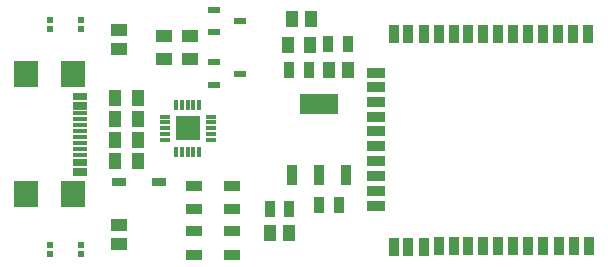
<source format=gtp>
%FSTAX23Y23*%
%MOIN*%
%SFA1B1*%

%IPPOS*%
%ADD16R,0.011810X0.033470*%
%ADD17R,0.033470X0.011810*%
%ADD18R,0.080710X0.080710*%
%ADD19R,0.040160X0.057870*%
%ADD20R,0.037010X0.056300*%
%ADD21R,0.021650X0.021650*%
%ADD22R,0.057090X0.037400*%
%ADD23R,0.051180X0.031500*%
%ADD24R,0.057870X0.040160*%
%ADD25R,0.041340X0.023620*%
%ADD26R,0.078740X0.085830*%
%ADD27R,0.045280X0.011810*%
%ADD28R,0.039370X0.055120*%
%ADD29R,0.125980X0.070870*%
%ADD30R,0.035430X0.070870*%
%ADD31R,0.035430X0.059060*%
%ADD32R,0.059060X0.035430*%
%ADD33R,0.055120X0.039370*%
%ADD34R,0.055120X0.035430*%
%LNesp32-hwe-1*%
%LPD*%
G54D16*
X00642Y00706D03*
X00622D03*
X00603D03*
X00583D03*
X00563D03*
Y00552D03*
X00583D03*
X00603D03*
X00622D03*
X00642D03*
G54D17*
X00526Y00668D03*
Y00649D03*
Y00629D03*
Y00609D03*
Y0059D03*
X0068D03*
Y00609D03*
Y00629D03*
Y00649D03*
Y00668D03*
G54D18*
X00603Y00629D03*
G54D19*
X01013Y00993D03*
X0095D03*
X01073Y00825D03*
X01136D03*
X00941Y0028D03*
X00878D03*
G54D20*
X01007Y00825D03*
X00942D03*
X01107Y00375D03*
X01042D03*
X00942Y0036D03*
X00877D03*
X01072Y0091D03*
X01137D03*
G54D21*
X00144Y0021D03*
Y00239D03*
X00248D03*
Y0021D03*
Y0096D03*
Y00989D03*
X00144D03*
Y0096D03*
G54D22*
X00625Y00286D03*
Y00207D03*
X0075Y00286D03*
Y00207D03*
G54D23*
X00508Y0045D03*
X00375D03*
G54D24*
X00375Y00243D03*
Y00306D03*
Y00956D03*
Y00893D03*
G54D25*
X00691Y0085D03*
Y00775D03*
X00778Y00812D03*
X00691Y01025D03*
Y0095D03*
X00778Y00987D03*
G54D26*
X0022Y00409D03*
Y00811D03*
X00065Y00409D03*
Y00811D03*
G54D27*
X00243Y0073D03*
Y00698D03*
Y00679D03*
Y00639D03*
Y0058D03*
Y00541D03*
Y00521D03*
Y0049D03*
Y00478D03*
Y00509D03*
Y00561D03*
Y006D03*
Y0062D03*
Y00659D03*
Y0071D03*
Y00742D03*
G54D28*
X00437Y0066D03*
X00362D03*
X00437Y0059D03*
X00362D03*
X01012Y00908D03*
X00937D03*
X00362Y0052D03*
X00437D03*
Y0073D03*
X00362D03*
G54D29*
X0104Y00711D03*
G54D30*
X01131Y00475D03*
X0104D03*
X0095D03*
G54D31*
X01289Y00945D03*
X01338D03*
X01389D03*
X01439D03*
X01489D03*
X01537D03*
X01587D03*
X01637Y00944D03*
X01687Y00945D03*
X01737D03*
X01787D03*
X01838D03*
X01888D03*
X01938D03*
X01289Y00234D03*
X01338Y00235D03*
X01389D03*
X01439Y00236D03*
X0149D03*
X01538D03*
X01588D03*
X01638Y00236D03*
X01688Y00236D03*
X01738D03*
X01788D03*
X01839D03*
X01889D03*
X01939D03*
G54D32*
X0123Y00815D03*
Y00768D03*
Y00718D03*
X0123Y00668D03*
X0123Y00619D03*
Y0057D03*
Y0052D03*
Y0047D03*
Y00422D03*
Y00371D03*
G54D33*
X00611Y00862D03*
Y00937D03*
X00525D03*
Y00862D03*
G54D34*
X00625Y00362D03*
Y00437D03*
X0075Y00362D03*
Y00437D03*
M02*
</source>
